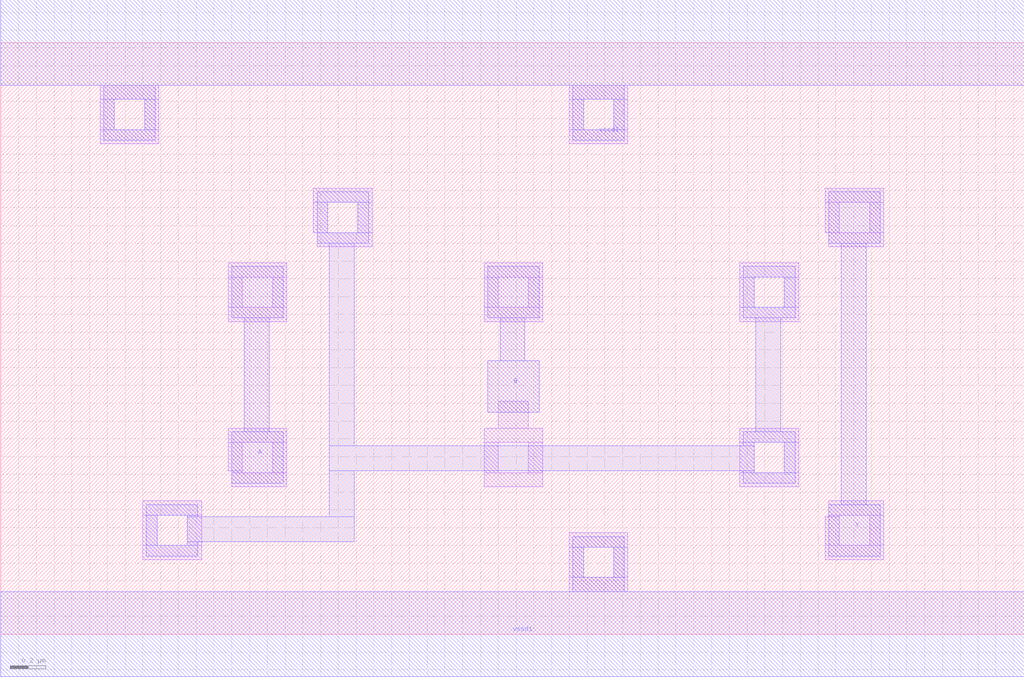
<source format=lef>
VERSION 5.7 ;
  NOWIREEXTENSIONATPIN ON ;
  DIVIDERCHAR "/" ;
  BUSBITCHARS "[]" ;
MACRO AND2X2
  CLASS CORE ;
  FOREIGN AND2X2 ;
  ORIGIN 0.000 0.000 ;
  SIZE 5.760 BY 3.330 ;
  SYMMETRY X Y R90 ;
  SITE unit ;
  PIN vccd1
    DIRECTION INOUT ;
    USE POWER ;
    SHAPE ABUTMENT ;
    PORT
      LAYER met1 ;
        RECT 0.000 3.090 5.760 3.570 ;
        RECT 0.580 3.010 0.870 3.090 ;
        RECT 0.580 2.840 0.640 3.010 ;
        RECT 0.810 2.840 0.870 3.010 ;
        RECT 0.580 2.780 0.870 2.840 ;
        RECT 3.220 3.010 3.510 3.090 ;
        RECT 3.220 2.840 3.280 3.010 ;
        RECT 3.450 2.840 3.510 3.010 ;
        RECT 3.220 2.780 3.510 2.840 ;
    END
  END vccd1
  PIN vssd1
    DIRECTION INOUT ;
    USE GROUND ;
    SHAPE ABUTMENT ;
    PORT
      LAYER met1 ;
        RECT 3.220 0.490 3.510 0.550 ;
        RECT 3.220 0.320 3.280 0.490 ;
        RECT 3.450 0.320 3.510 0.490 ;
        RECT 3.220 0.240 3.510 0.320 ;
        RECT 0.000 -0.240 5.760 0.240 ;
    END
  END vssd1
  PIN Y
    DIRECTION INOUT ;
    USE SIGNAL ;
    SHAPE ABUTMENT ;
    PORT
      LAYER met1 ;
        RECT 4.660 2.200 4.950 2.490 ;
        RECT 4.730 0.730 4.870 2.200 ;
        RECT 4.660 0.440 4.950 0.730 ;
    END
  END Y
  PIN B
    DIRECTION INOUT ;
    USE SIGNAL ;
    SHAPE ABUTMENT ;
    PORT
      LAYER met1 ;
        RECT 2.740 1.780 3.030 2.070 ;
        RECT 2.810 1.540 2.950 1.780 ;
        RECT 2.740 1.250 3.030 1.540 ;
    END
  END B
  PIN A
    DIRECTION INOUT ;
    USE SIGNAL ;
    SHAPE ABUTMENT ;
    PORT
      LAYER met1 ;
        RECT 1.300 1.780 1.590 2.070 ;
        RECT 1.370 1.140 1.510 1.780 ;
        RECT 1.300 0.850 1.590 1.140 ;
    END
  END A
  OBS
      LAYER li1 ;
        RECT 0.560 3.010 0.890 3.090 ;
        RECT 0.560 2.840 0.640 3.010 ;
        RECT 0.810 2.840 0.890 3.010 ;
        RECT 0.560 2.760 0.890 2.840 ;
        RECT 3.200 3.010 3.530 3.090 ;
        RECT 3.200 2.840 3.280 3.010 ;
        RECT 3.450 2.840 3.530 3.010 ;
        RECT 3.200 2.760 3.530 2.840 ;
        RECT 1.760 2.430 2.090 2.510 ;
        RECT 1.760 2.260 1.840 2.430 ;
        RECT 2.010 2.260 2.090 2.430 ;
        RECT 4.640 2.430 4.970 2.510 ;
        RECT 4.640 2.260 4.720 2.430 ;
        RECT 4.890 2.260 4.970 2.430 ;
        RECT 1.780 2.180 2.090 2.260 ;
        RECT 4.660 2.180 4.970 2.260 ;
        RECT 1.280 2.010 1.610 2.090 ;
        RECT 1.280 1.840 1.360 2.010 ;
        RECT 1.530 1.840 1.610 2.010 ;
        RECT 1.280 1.760 1.610 1.840 ;
        RECT 2.720 2.010 3.050 2.090 ;
        RECT 2.720 1.840 2.800 2.010 ;
        RECT 2.970 1.840 3.050 2.010 ;
        RECT 2.720 1.760 3.050 1.840 ;
        RECT 4.160 2.010 4.490 2.090 ;
        RECT 4.160 1.840 4.240 2.010 ;
        RECT 4.410 1.840 4.490 2.010 ;
        RECT 4.160 1.760 4.490 1.840 ;
        RECT 2.800 1.160 2.970 1.310 ;
        RECT 1.280 1.080 1.610 1.160 ;
        RECT 1.280 0.920 1.360 1.080 ;
        RECT 1.300 0.910 1.360 0.920 ;
        RECT 1.530 0.910 1.610 1.080 ;
        RECT 1.300 0.830 1.610 0.910 ;
        RECT 2.720 1.080 3.050 1.160 ;
        RECT 2.720 0.910 2.800 1.080 ;
        RECT 2.970 0.910 3.050 1.080 ;
        RECT 2.720 0.830 3.050 0.910 ;
        RECT 4.160 1.080 4.490 1.160 ;
        RECT 4.160 0.910 4.240 1.080 ;
        RECT 4.410 0.910 4.490 1.080 ;
        RECT 4.160 0.830 4.490 0.910 ;
        RECT 0.800 0.670 1.130 0.750 ;
        RECT 0.800 0.500 0.880 0.670 ;
        RECT 1.050 0.500 1.130 0.670 ;
        RECT 4.660 0.670 4.970 0.750 ;
        RECT 4.660 0.660 4.720 0.670 ;
        RECT 0.800 0.420 1.130 0.500 ;
        RECT 3.200 0.490 3.530 0.570 ;
        RECT 3.200 0.320 3.280 0.490 ;
        RECT 3.450 0.320 3.530 0.490 ;
        RECT 4.640 0.500 4.720 0.660 ;
        RECT 4.890 0.500 4.970 0.670 ;
        RECT 4.640 0.420 4.970 0.500 ;
        RECT 3.200 0.240 3.530 0.320 ;
      LAYER met1 ;
        RECT 1.780 2.430 2.070 2.490 ;
        RECT 1.780 2.260 1.840 2.430 ;
        RECT 2.010 2.260 2.070 2.430 ;
        RECT 1.780 2.200 2.070 2.260 ;
        RECT 1.850 1.060 1.990 2.200 ;
        RECT 4.180 2.010 4.470 2.070 ;
        RECT 4.180 1.840 4.240 2.010 ;
        RECT 4.410 1.840 4.470 2.010 ;
        RECT 4.180 1.780 4.470 1.840 ;
        RECT 4.250 1.140 4.390 1.780 ;
        RECT 4.180 1.080 4.470 1.140 ;
        RECT 4.180 1.060 4.240 1.080 ;
        RECT 1.850 0.920 4.240 1.060 ;
        RECT 0.820 0.670 1.110 0.730 ;
        RECT 0.820 0.500 0.880 0.670 ;
        RECT 1.050 0.660 1.110 0.670 ;
        RECT 1.850 0.660 1.990 0.920 ;
        RECT 4.180 0.910 4.240 0.920 ;
        RECT 4.410 0.910 4.470 1.080 ;
        RECT 4.180 0.850 4.470 0.910 ;
        RECT 1.050 0.520 1.990 0.660 ;
        RECT 1.050 0.500 1.110 0.520 ;
        RECT 0.820 0.440 1.110 0.500 ;
  END
END AND2X2
END LIBRARY


</source>
